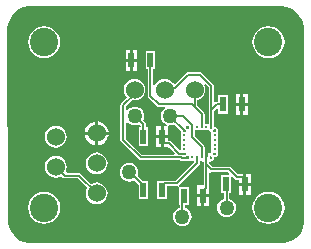
<source format=gtl>
G04*
G04 #@! TF.GenerationSoftware,Altium Limited,Altium Designer,20.2.3 (150)*
G04*
G04 Layer_Physical_Order=1*
G04 Layer_Color=255*
%FSLAX25Y25*%
%MOIN*%
G70*
G04*
G04 #@! TF.SameCoordinates,D737100D-CD50-4B0A-90DA-B4B5F6E14D25*
G04*
G04*
G04 #@! TF.FilePolarity,Positive*
G04*
G01*
G75*
%ADD12R,0.01968X0.05000*%
%ADD13R,0.00394X0.00394*%
%ADD14R,0.00984X0.00787*%
%ADD15R,0.00787X0.00984*%
%ADD22C,0.00600*%
%ADD23C,0.06000*%
%ADD24C,0.09449*%
%ADD25C,0.05000*%
G36*
X8676Y77301D02*
X9228Y77277D01*
X9725Y77301D01*
X87317D01*
X87317Y77301D01*
X87317Y77301D01*
X88199Y77301D01*
X89928Y76957D01*
X91557Y76282D01*
X93023Y75302D01*
X93647Y74679D01*
X93647Y74679D01*
Y74679D01*
X94153Y74173D01*
X94949Y72982D01*
X95497Y71659D01*
X95776Y70254D01*
X95776Y69538D01*
X95776Y5607D01*
X95776Y5607D01*
X95776Y4924D01*
X95509Y3583D01*
X94985Y2320D01*
X94226Y1184D01*
X93743Y701D01*
X93189Y148D01*
X91889Y-720D01*
X90444Y-1318D01*
X88910Y-1623D01*
X3919D01*
X2514Y-1344D01*
X1191Y-796D01*
X0Y0D01*
X-506Y506D01*
X-506Y506D01*
X-1060Y1060D01*
X-1929Y2361D01*
X-2528Y3806D01*
X-2833Y5341D01*
X-2833Y6123D01*
X-3134Y68765D01*
X-3136Y69236D01*
X-3136Y69236D01*
X-3136Y69236D01*
X-3147Y69978D01*
X-2901Y71441D01*
X-2396Y72835D01*
X-1649Y74116D01*
X-1166Y74679D01*
X-638Y75289D01*
X635Y76280D01*
X2078Y77003D01*
X3633Y77431D01*
X4438Y77489D01*
X8676Y77301D01*
D02*
G37*
%LPC*%
G36*
X83873Y70670D02*
X82483Y70487D01*
X81188Y69950D01*
X80076Y69097D01*
X79223Y67985D01*
X78686Y66689D01*
X78503Y65299D01*
X78686Y63910D01*
X79223Y62614D01*
X80076Y61502D01*
X81188Y60649D01*
X82483Y60112D01*
X83873Y59929D01*
X85263Y60112D01*
X86559Y60649D01*
X87671Y61502D01*
X88524Y62614D01*
X89061Y63910D01*
X89244Y65299D01*
X89061Y66689D01*
X88524Y67985D01*
X87671Y69097D01*
X86559Y69950D01*
X85263Y70487D01*
X83873Y70670D01*
D02*
G37*
G36*
X9070D02*
X7680Y70487D01*
X6385Y69950D01*
X5273Y69097D01*
X4419Y67985D01*
X3883Y66689D01*
X3700Y65299D01*
X3883Y63910D01*
X4419Y62614D01*
X5273Y61502D01*
X6385Y60649D01*
X7680Y60112D01*
X9070Y59929D01*
X10460Y60112D01*
X11755Y60649D01*
X12868Y61502D01*
X13721Y62614D01*
X14257Y63910D01*
X14441Y65299D01*
X14257Y66689D01*
X13721Y67985D01*
X12868Y69097D01*
X11755Y69950D01*
X10460Y70487D01*
X9070Y70670D01*
D02*
G37*
G36*
X40188Y62894D02*
X38704D01*
Y59894D01*
X40188D01*
Y62894D01*
D02*
G37*
G36*
X37704D02*
X36220D01*
Y59894D01*
X37704D01*
Y62894D01*
D02*
G37*
G36*
X40188Y58894D02*
X38704D01*
Y55894D01*
X40188D01*
Y58894D01*
D02*
G37*
G36*
X37704D02*
X36220D01*
Y55894D01*
X37704D01*
Y58894D01*
D02*
G37*
G36*
X46088Y62494D02*
X42919D01*
Y56294D01*
X43586D01*
Y47386D01*
X43655Y47035D01*
X43854Y46737D01*
X46610Y43981D01*
X46908Y43782D01*
X47259Y43713D01*
X49217D01*
X49387Y43213D01*
X48985Y42904D01*
X48488Y42257D01*
X48176Y41502D01*
X48069Y40693D01*
X48176Y39884D01*
X48488Y39130D01*
X48985Y38482D01*
X49633Y37985D01*
X50072Y37803D01*
X49973Y37303D01*
X48940D01*
Y34303D01*
X50424D01*
Y37164D01*
X50794Y37620D01*
X51196Y37567D01*
X52005Y37673D01*
X52512Y37883D01*
X54603Y35792D01*
X54641Y35589D01*
Y35496D01*
X54674Y35418D01*
X54691Y35329D01*
X54691Y35329D01*
Y33341D01*
Y29587D01*
X54212Y29389D01*
X54160Y29411D01*
X51319Y32252D01*
X51021Y32451D01*
X50670Y32521D01*
X50424D01*
Y33303D01*
X48940D01*
Y30303D01*
X50424D01*
X50424Y30303D01*
Y30303D01*
X50854Y30121D01*
X52682Y28293D01*
X52491Y27831D01*
X41734D01*
X36366Y33199D01*
Y38715D01*
X36866Y38884D01*
X37174Y38482D01*
X37822Y37985D01*
X38576Y37673D01*
X39385Y37567D01*
X40194Y37673D01*
X40840Y37940D01*
X41223Y37557D01*
Y36903D01*
X40557D01*
Y30703D01*
X43725D01*
Y36903D01*
X43059D01*
Y37937D01*
X42989Y38289D01*
X42790Y38586D01*
X42138Y39238D01*
X42405Y39884D01*
X42512Y40693D01*
X42405Y41502D01*
X42093Y42257D01*
X41596Y42904D01*
X40949Y43401D01*
X40194Y43713D01*
X39385Y43820D01*
X38576Y43713D01*
X37822Y43401D01*
X37174Y42904D01*
X36866Y42502D01*
X36366Y42672D01*
Y44003D01*
X38393Y46030D01*
X39228Y45920D01*
X40167Y46044D01*
X41043Y46407D01*
X41795Y46984D01*
X42372Y47736D01*
X42735Y48612D01*
X42859Y49551D01*
X42735Y50491D01*
X42372Y51367D01*
X41795Y52119D01*
X41043Y52696D01*
X40167Y53059D01*
X39228Y53183D01*
X38288Y53059D01*
X37412Y52696D01*
X36660Y52119D01*
X36083Y51367D01*
X35720Y50491D01*
X35597Y49551D01*
X35720Y48612D01*
X36083Y47736D01*
X36660Y46984D01*
X36666Y46898D01*
X34799Y45032D01*
X34600Y44734D01*
X34530Y44383D01*
Y32819D01*
X34600Y32468D01*
X34799Y32170D01*
X40705Y26265D01*
X41003Y26066D01*
X41354Y25996D01*
X54414D01*
X54567Y25894D01*
X54918Y25824D01*
X56333D01*
X56368Y25831D01*
X56511Y25772D01*
X57298D01*
X57460Y25839D01*
X57486Y25822D01*
Y25822D01*
X59128D01*
X59133Y25322D01*
X53016Y19205D01*
X49125D01*
X49036Y19187D01*
X46856D01*
Y12987D01*
X50024D01*
Y17369D01*
X53396D01*
X53671Y17424D01*
X53716Y17433D01*
X53717Y17433D01*
X53734Y17432D01*
X53850Y17350D01*
X54139Y17100D01*
X54139Y16792D01*
Y11018D01*
X54216D01*
Y10204D01*
X53570Y9937D01*
X52922Y9440D01*
X52425Y8792D01*
X52113Y8038D01*
X52006Y7229D01*
X52113Y6419D01*
X52425Y5665D01*
X52922Y5018D01*
X53570Y4521D01*
X54324Y4208D01*
X55133Y4102D01*
X55942Y4208D01*
X56696Y4521D01*
X57344Y5018D01*
X57841Y5665D01*
X58153Y6419D01*
X58260Y7229D01*
X58153Y8038D01*
X57841Y8792D01*
X57344Y9440D01*
X56696Y9937D01*
X56051Y10204D01*
Y11018D01*
X57308D01*
Y17218D01*
X54597D01*
X54317Y17218D01*
X54189Y17415D01*
X54115Y17708D01*
X60703Y24296D01*
X60902Y24594D01*
X60972Y24945D01*
Y25822D01*
X61810D01*
Y25422D01*
X62286D01*
Y17618D01*
X60039D01*
Y14618D01*
X64007D01*
Y16397D01*
X64052Y16464D01*
X64122Y16815D01*
Y21743D01*
X64235Y21879D01*
X64622Y22094D01*
X64795Y22059D01*
X70373D01*
X70815Y21617D01*
X70623Y21155D01*
X68116D01*
Y14955D01*
X68979D01*
Y13157D01*
X68334Y12889D01*
X67686Y12392D01*
X67189Y11745D01*
X66877Y10991D01*
X66770Y10181D01*
X66877Y9372D01*
X67189Y8618D01*
X67686Y7970D01*
X68334Y7474D01*
X69088Y7161D01*
X69897Y7055D01*
X70706Y7161D01*
X71460Y7474D01*
X72108Y7970D01*
X72605Y8618D01*
X72917Y9372D01*
X73024Y10181D01*
X72917Y10991D01*
X72605Y11745D01*
X72108Y12392D01*
X71460Y12889D01*
X70815Y13157D01*
Y14955D01*
X71284D01*
Y20495D01*
X71746Y20686D01*
X72826Y19606D01*
X73123Y19408D01*
X73475Y19338D01*
X74015D01*
Y18555D01*
X75499D01*
Y21555D01*
X74015D01*
Y21555D01*
X73515Y21513D01*
X71402Y23626D01*
X71104Y23824D01*
X70753Y23894D01*
X65175D01*
X64148Y24922D01*
X64185Y25422D01*
X64598D01*
Y25772D01*
X65172D01*
X65632Y25962D01*
X65632Y25962D01*
X65822Y26421D01*
X65822Y26993D01*
X66393D01*
X66852Y27183D01*
X67042Y27642D01*
Y28429D01*
X66976Y28591D01*
X66993Y28617D01*
X66993D01*
Y31766D01*
Y35329D01*
X66993D01*
X66981Y35347D01*
X67042Y35496D01*
Y36284D01*
X66852Y36743D01*
X66393Y36933D01*
X66195D01*
X65842Y37287D01*
X65842Y37524D01*
X65716Y37827D01*
Y42282D01*
X66670Y43235D01*
X67132Y43044D01*
Y41530D01*
X70300D01*
Y47730D01*
X67132D01*
Y45548D01*
X66767D01*
X66416Y45478D01*
X66216Y45344D01*
X65716Y45509D01*
Y50713D01*
X65646Y51064D01*
X65447Y51362D01*
X61687Y55122D01*
X61390Y55321D01*
X61039Y55390D01*
X57102D01*
X56751Y55321D01*
X56453Y55122D01*
X52818Y51487D01*
X52207Y51583D01*
X51795Y52119D01*
X51043Y52696D01*
X50167Y53059D01*
X49228Y53183D01*
X48288Y53059D01*
X47412Y52696D01*
X46660Y52119D01*
X46083Y51367D01*
X45921Y50976D01*
X45421Y51075D01*
Y56294D01*
X46088D01*
Y62494D01*
D02*
G37*
G36*
X76999Y48130D02*
X75515D01*
Y45130D01*
X76999D01*
Y48130D01*
D02*
G37*
G36*
X74515D02*
X73031D01*
Y45130D01*
X74515D01*
Y48130D01*
D02*
G37*
G36*
X76999Y44130D02*
X75515D01*
Y41130D01*
X76999D01*
Y44130D01*
D02*
G37*
G36*
X74515D02*
X73031D01*
Y41130D01*
X74515D01*
Y44130D01*
D02*
G37*
G36*
X27090Y38914D02*
Y35445D01*
X30558D01*
X30487Y35989D01*
X30084Y36962D01*
X29443Y37798D01*
X28607Y38439D01*
X27634Y38842D01*
X27090Y38914D01*
D02*
G37*
G36*
X26090D02*
X25546Y38842D01*
X24573Y38439D01*
X23737Y37798D01*
X23096Y36962D01*
X22693Y35989D01*
X22621Y35445D01*
X26090D01*
Y38914D01*
D02*
G37*
G36*
X47940Y37303D02*
X46456D01*
Y34303D01*
X47940D01*
Y37303D01*
D02*
G37*
G36*
X30558Y34445D02*
X27090D01*
Y30977D01*
X27634Y31048D01*
X28607Y31451D01*
X29443Y32092D01*
X30084Y32928D01*
X30487Y33901D01*
X30558Y34445D01*
D02*
G37*
G36*
X26090D02*
X22621D01*
X22693Y33901D01*
X23096Y32928D01*
X23737Y32092D01*
X24573Y31451D01*
X25546Y31048D01*
X26090Y30977D01*
Y34445D01*
D02*
G37*
G36*
X47940Y33303D02*
X46456D01*
Y30303D01*
X47940D01*
Y33303D01*
D02*
G37*
G36*
X13007Y37435D02*
X12067Y37311D01*
X11192Y36948D01*
X10440Y36371D01*
X9863Y35619D01*
X9500Y34743D01*
X9376Y33803D01*
X9500Y32864D01*
X9863Y31988D01*
X10440Y31236D01*
X11192Y30659D01*
X12067Y30296D01*
X13007Y30172D01*
X13947Y30296D01*
X14823Y30659D01*
X15575Y31236D01*
X16152Y31988D01*
X16514Y32864D01*
X16638Y33803D01*
X16514Y34743D01*
X16152Y35619D01*
X15575Y36371D01*
X14823Y36948D01*
X13947Y37311D01*
X13007Y37435D01*
D02*
G37*
G36*
X26590Y28576D02*
X25650Y28453D01*
X24774Y28090D01*
X24022Y27513D01*
X23445Y26761D01*
X23083Y25885D01*
X22959Y24945D01*
X23083Y24005D01*
X23445Y23130D01*
X24022Y22378D01*
X24774Y21801D01*
X25650Y21438D01*
X26590Y21314D01*
X27530Y21438D01*
X28405Y21801D01*
X29157Y22378D01*
X29734Y23130D01*
X30097Y24005D01*
X30221Y24945D01*
X30097Y25885D01*
X29734Y26761D01*
X29157Y27513D01*
X28405Y28090D01*
X27530Y28453D01*
X26590Y28576D01*
D02*
G37*
G36*
X77983Y21555D02*
X76499D01*
Y18555D01*
X77983D01*
Y21555D01*
D02*
G37*
G36*
Y17555D02*
X76499D01*
Y14555D01*
X77983D01*
Y17555D01*
D02*
G37*
G36*
X75499D02*
X74015D01*
Y14555D01*
X75499D01*
Y17555D01*
D02*
G37*
G36*
X37417Y25119D02*
X36607Y25013D01*
X35853Y24700D01*
X35206Y24203D01*
X34709Y23556D01*
X34396Y22802D01*
X34290Y21992D01*
X34396Y21183D01*
X34709Y20429D01*
X35206Y19782D01*
X35853Y19285D01*
X36607Y18972D01*
X37417Y18866D01*
X38226Y18972D01*
X38980Y19285D01*
X39083Y19363D01*
X40557Y17889D01*
Y12987D01*
X43725D01*
Y19187D01*
X41855D01*
X40267Y20774D01*
X40437Y21183D01*
X40543Y21992D01*
X40437Y22802D01*
X40124Y23556D01*
X39628Y24203D01*
X38980Y24700D01*
X38226Y25013D01*
X37417Y25119D01*
D02*
G37*
G36*
X13007Y27435D02*
X12067Y27311D01*
X11192Y26948D01*
X10440Y26371D01*
X9863Y25619D01*
X9500Y24743D01*
X9376Y23803D01*
X9500Y22864D01*
X9863Y21988D01*
X10440Y21236D01*
X11192Y20659D01*
X12067Y20296D01*
X13007Y20172D01*
X13947Y20296D01*
X14823Y20659D01*
X14840Y20673D01*
X15311Y20202D01*
X15609Y20003D01*
X15960Y19933D01*
X20304D01*
X23459Y16778D01*
X23445Y16761D01*
X23083Y15885D01*
X22959Y14945D01*
X23083Y14005D01*
X23445Y13130D01*
X24022Y12378D01*
X24774Y11801D01*
X25650Y11438D01*
X26590Y11314D01*
X27530Y11438D01*
X28405Y11801D01*
X29157Y12378D01*
X29734Y13130D01*
X30097Y14005D01*
X30221Y14945D01*
X30097Y15885D01*
X29734Y16761D01*
X29157Y17513D01*
X28405Y18090D01*
X27530Y18452D01*
X26590Y18576D01*
X25650Y18452D01*
X24774Y18090D01*
X24757Y18076D01*
X21333Y21499D01*
X21035Y21699D01*
X20684Y21768D01*
X16586D01*
X16253Y22232D01*
X16514Y22864D01*
X16638Y23803D01*
X16514Y24743D01*
X16152Y25619D01*
X15575Y26371D01*
X14823Y26948D01*
X13947Y27311D01*
X13007Y27435D01*
D02*
G37*
G36*
X64007Y13618D02*
X62523D01*
Y10618D01*
X64007D01*
Y13618D01*
D02*
G37*
G36*
X61523D02*
X60039D01*
Y10618D01*
X61523D01*
Y13618D01*
D02*
G37*
G36*
X83873Y15552D02*
X82483Y15369D01*
X81188Y14832D01*
X80076Y13979D01*
X79223Y12867D01*
X78686Y11571D01*
X78503Y10181D01*
X78686Y8792D01*
X79223Y7496D01*
X80076Y6384D01*
X81188Y5531D01*
X82483Y4994D01*
X83873Y4811D01*
X85263Y4994D01*
X86559Y5531D01*
X87671Y6384D01*
X88524Y7496D01*
X89061Y8792D01*
X89244Y10181D01*
X89061Y11571D01*
X88524Y12867D01*
X87671Y13979D01*
X86559Y14832D01*
X85263Y15369D01*
X83873Y15552D01*
D02*
G37*
G36*
X9070D02*
X7680Y15369D01*
X6385Y14832D01*
X5273Y13979D01*
X4419Y12867D01*
X3883Y11571D01*
X3700Y10181D01*
X3883Y8792D01*
X4419Y7496D01*
X5273Y6384D01*
X6385Y5531D01*
X7680Y4994D01*
X9070Y4811D01*
X10460Y4994D01*
X11755Y5531D01*
X12868Y6384D01*
X13721Y7496D01*
X14257Y8792D01*
X14441Y10181D01*
X14257Y11571D01*
X13721Y12867D01*
X12868Y13979D01*
X11755Y14832D01*
X10460Y15369D01*
X9070Y15552D01*
D02*
G37*
%LPD*%
G36*
X63881Y50333D02*
Y42662D01*
Y38124D01*
X62547D01*
Y41409D01*
X62477Y41761D01*
X62278Y42058D01*
X60145Y44191D01*
Y46041D01*
X60167Y46044D01*
X61043Y46407D01*
X61795Y46984D01*
X62372Y47736D01*
X62735Y48612D01*
X62859Y49551D01*
X62735Y50491D01*
X62537Y50970D01*
X62961Y51253D01*
X63881Y50333D01*
D02*
G37*
G36*
X65192Y36855D02*
X64877Y36540D01*
X64405Y36540D01*
Y37524D01*
X65192D01*
X65192Y36855D01*
D02*
G37*
G36*
X57318Y36500D02*
X56846D01*
X56531Y36815D01*
Y37484D01*
X57318D01*
Y36500D01*
D02*
G37*
G36*
X55960Y36284D02*
X56275Y35969D01*
X56275Y35496D01*
X55291D01*
Y36284D01*
X55960Y36284D01*
D02*
G37*
G36*
X66393Y35496D02*
X65409D01*
Y35969D01*
X65724Y36284D01*
X66393D01*
Y35496D01*
D02*
G37*
G36*
X56275Y27957D02*
X55960Y27642D01*
X55291Y27642D01*
Y28429D01*
X56275D01*
X56275Y27957D01*
D02*
G37*
G36*
X66393Y27642D02*
X65724D01*
X65409Y27957D01*
Y28429D01*
X66393D01*
Y27642D01*
D02*
G37*
G36*
X64198Y35940D02*
X64405Y35890D01*
X64406D01*
X64759Y35537D01*
Y35496D01*
X64821Y35347D01*
X64809Y35329D01*
X64809D01*
Y33341D01*
Y28818D01*
X64669Y28545D01*
X64396Y28406D01*
X63704D01*
Y26914D01*
X62704D01*
Y28406D01*
X62547D01*
Y30445D01*
X62477Y30796D01*
X62278Y31094D01*
X59397Y33974D01*
Y35940D01*
X64198D01*
Y35940D01*
D02*
G37*
G36*
X64858Y27406D02*
X65172Y27091D01*
X65172Y26422D01*
X64385D01*
Y27406D01*
X64858Y27406D01*
D02*
G37*
G36*
X57298Y26422D02*
X56511D01*
Y27091D01*
X56826Y27406D01*
X57298D01*
Y26422D01*
D02*
G37*
D12*
X42141Y16087D02*
D03*
X48440D02*
D03*
X38204Y59394D02*
D03*
X44503D02*
D03*
X42141Y33803D02*
D03*
X48440D02*
D03*
X55724Y14118D02*
D03*
X62023D02*
D03*
X69700Y18055D02*
D03*
X75999D02*
D03*
X68716Y44630D02*
D03*
X75015D02*
D03*
D13*
X65901Y35910D02*
D03*
Y28036D02*
D03*
X56905Y26914D02*
D03*
X55783Y28036D02*
D03*
Y35910D02*
D03*
X56905Y37032D02*
D03*
X64779Y26914D02*
D03*
X64779Y37071D02*
D03*
D14*
X65901Y34335D02*
D03*
Y32760D02*
D03*
Y31185D02*
D03*
Y29610D02*
D03*
X55783D02*
D03*
Y31185D02*
D03*
Y32760D02*
D03*
Y34335D02*
D03*
D15*
X58480Y26914D02*
D03*
X60054D02*
D03*
X61629D02*
D03*
X63204D02*
D03*
X58480Y37032D02*
D03*
X60054D02*
D03*
X61629D02*
D03*
X63204D02*
D03*
D22*
X13007Y23803D02*
X15960Y20851D01*
X42141Y16087D02*
Y17603D01*
X37417Y21992D02*
X37751D01*
X39385Y40693D02*
X42141Y37937D01*
X39228Y48162D02*
Y49551D01*
X35448Y44383D02*
X39228Y48162D01*
X48440Y16087D02*
Y17603D01*
X49125Y18287D01*
X48440Y32288D02*
Y33803D01*
Y32288D02*
X49125Y31603D01*
X49228Y49551D02*
X49823Y50147D01*
X44503Y47386D02*
X47259Y44630D01*
X55133Y13528D02*
X55724Y14118D01*
X54746Y26914D02*
X54918Y26742D01*
X56333D01*
X56504Y26914D01*
X56905D01*
X51196Y40693D02*
X55382D01*
X51196Y40496D02*
Y40693D01*
X58386Y37126D02*
Y37690D01*
X55382Y40693D02*
X58386Y37690D01*
X62023Y15634D02*
X63204Y16815D01*
X62023Y14118D02*
Y15634D01*
X63204Y24568D02*
Y26914D01*
X60054Y24945D02*
Y26914D01*
X63204Y24568D02*
X64795Y22977D01*
X61629Y37032D02*
Y41409D01*
X64798Y37091D02*
Y42662D01*
X64779Y37071D02*
X64798Y37091D01*
X69700Y18055D02*
X69897Y17859D01*
X70753Y22977D02*
X73475Y20255D01*
X42141Y33803D02*
Y37937D01*
X37751Y21992D02*
X42141Y17603D01*
X35448Y32819D02*
X41354Y26914D01*
X44503Y47386D02*
Y59394D01*
X54159Y28114D02*
X55705D01*
X55783Y28036D01*
X52776Y50147D02*
X57102Y54473D01*
X63204Y16815D02*
Y24568D01*
X61629Y26914D02*
Y30445D01*
X59228Y43811D02*
X61629Y41409D01*
X59228Y43811D02*
Y49551D01*
X61039Y54473D02*
X64798Y50713D01*
Y42662D02*
Y50713D01*
X69897Y10181D02*
Y17859D01*
X75999Y18055D02*
Y19571D01*
X75315Y20255D02*
X75999Y19571D01*
X35448Y32819D02*
Y44383D01*
X55133Y7229D02*
Y13528D01*
X51196Y40496D02*
X55783Y35910D01*
X15960Y20851D02*
X20684D01*
X49125Y18287D02*
X53396D01*
X41354Y26914D02*
X54746D01*
X49125Y31603D02*
X50670D01*
X58480Y33594D02*
X61629Y30445D01*
X58386Y37126D02*
X58480Y37032D01*
X49823Y50147D02*
X52776D01*
X66767Y44630D02*
X68716D01*
X47259D02*
X58408D01*
X57102Y54473D02*
X61039D01*
X73475Y20255D02*
X75315D01*
X20684Y20851D02*
X26590Y14945D01*
X50670Y31603D02*
X54159Y28114D01*
X58480Y33594D02*
Y37032D01*
X53396Y18287D02*
X60054Y24945D01*
X58408Y44630D02*
X59228Y43811D01*
X64798Y42662D02*
X66767Y44630D01*
X64795Y22977D02*
X70753D01*
D23*
X39228Y49551D02*
D03*
X49228D02*
D03*
X59228D02*
D03*
X13007Y23803D02*
D03*
Y33803D02*
D03*
X26590Y34945D02*
D03*
Y24945D02*
D03*
Y14945D02*
D03*
D24*
X83873Y65299D02*
D03*
Y10181D02*
D03*
X9070Y65299D02*
D03*
Y10181D02*
D03*
D25*
X39385Y40693D02*
D03*
X55133Y7229D02*
D03*
X69897Y10181D02*
D03*
X51196Y40693D02*
D03*
X37417Y21992D02*
D03*
M02*

</source>
